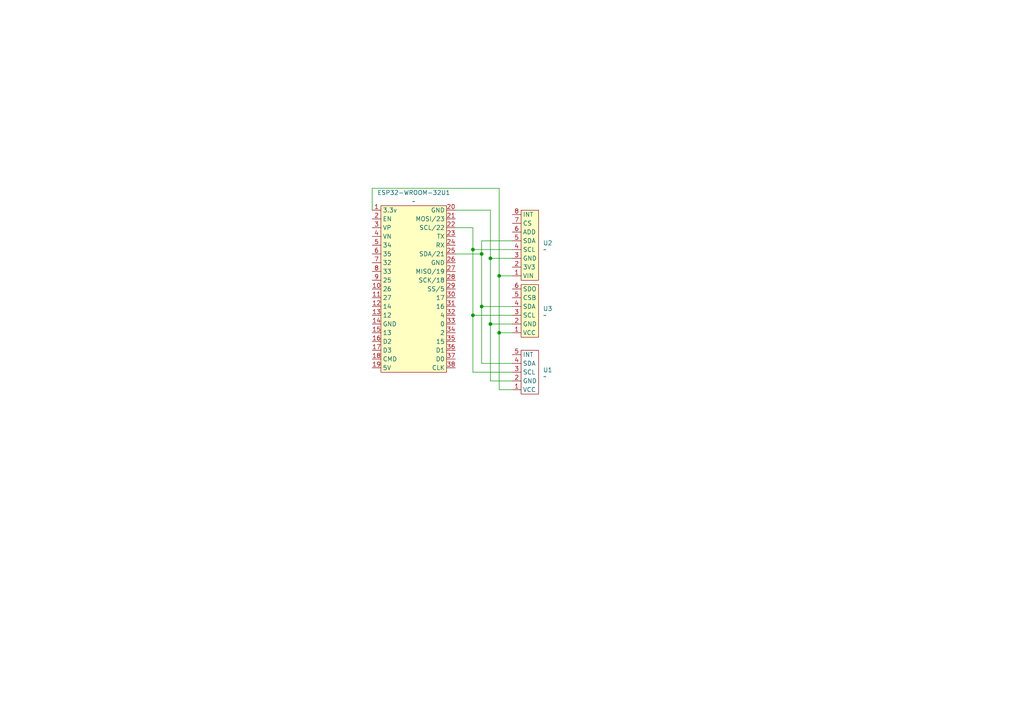
<source format=kicad_sch>
(kicad_sch (version 20231120) (generator "eeschema") (generator_version "8.0")
  (paper "A4")
  (lib_symbols
    (symbol "Symbols_cez:BME280_3.3V"
      (property "Reference" "U" (at 0 0 0))
      (symbol "BME280_3.3V_0_1"
        (rectangle (start 2.54 5.08) (end 7.62 -10.16) (fill (type background)))
      )
      (symbol "BME280_3.3V_1_1"
        (pin input line (at 10.16 3.81 180) (length 2.54) (name "VCC") (number "1"))
        (pin input line (at 10.16 1.27 180) (length 2.54) (name "GND") (number "2"))
        (pin input line (at 10.16 -1.27 180) (length 2.54) (name "SCL") (number "3"))
        (pin input line (at 10.16 -3.81 180) (length 2.54) (name "SDA") (number "4"))
        (pin input line (at 10.16 -6.35 180) (length 2.54) (name "CSB") (number "5"))
        (pin input line (at 10.16 -8.89 180) (length 2.54) (name "SDO") (number "6"))
      )
    )
    (symbol "Symbols_cez:ENS160+AHT21"
      (property "Reference" "U" (at -2.032 -4.318 0))
      (symbol "ENS160+AHT21_0_1"
        (rectangle (start 1.27 5.08) (end 6.35 -15.24) (fill (type background)))
      )
      (symbol "ENS160+AHT21_1_1"
        (pin input line (at 8.89 3.81 180) (length 2.54) (name "VIN") (number "1"))
        (pin input line (at 8.89 1.27 180) (length 2.54) (name "3V3") (number "2"))
        (pin input line (at 8.89 -1.27 180) (length 2.54) (name "GND") (number "3"))
        (pin input line (at 8.89 -3.81 180) (length 2.54) (name "SCL") (number "4"))
        (pin input line (at 8.89 -6.35 180) (length 2.54) (name "SDA") (number "5"))
        (pin input line (at 8.89 -8.89 180) (length 2.54) (name "ADD") (number "6"))
        (pin input line (at 8.89 -11.43 180) (length 2.54) (name "CS") (number "7"))
        (pin input line (at 8.89 -13.97 180) (length 2.54) (name "INT") (number "8"))
      )
    )
    (symbol "Symbols_cez:ESP32-WROOM-32U"
      (property "Reference" "ESP32-WROOM-32U" (at 7.874 -57.404 0))
      (symbol "ESP32-WROOM-32U_0_1"
        (rectangle (start -2.54 -6.35) (end 16.51 -54.61) (fill (type background)))
      )
      (symbol "ESP32-WROOM-32U_1_1"
        (pin passive line (at -5.08 -7.62 0) (length 2.54) (name "3.3v") (number "1"))
        (pin passive line (at -5.08 -30.48 0) (length 2.54) (name "26") (number "10"))
        (pin passive line (at -5.08 -33.02 0) (length 2.54) (name "27") (number "11"))
        (pin passive line (at -5.08 -35.56 0) (length 2.54) (name "14") (number "12"))
        (pin passive line (at -5.08 -38.1 0) (length 2.54) (name "12") (number "13"))
        (pin passive line (at -5.08 -40.64 0) (length 2.54) (name "GND") (number "14"))
        (pin passive line (at -5.08 -43.18 0) (length 2.54) (name "13") (number "15"))
        (pin passive line (at -5.08 -45.72 0) (length 2.54) (name "D2") (number "16"))
        (pin passive line (at -5.08 -48.26 0) (length 2.54) (name "D3") (number "17"))
        (pin passive line (at -5.08 -50.8 0) (length 2.54) (name "CMD") (number "18"))
        (pin passive line (at -5.08 -53.34 0) (length 2.54) (name "5V") (number "19"))
        (pin passive line (at -5.08 -10.16 0) (length 2.54) (name "EN") (number "2"))
        (pin passive line (at 19.05 -7.62 180) (length 2.54) (name "GND") (number "20"))
        (pin passive line (at 19.05 -10.16 180) (length 2.54) (name "MOSI/23") (number "21"))
        (pin passive line (at 19.05 -12.7 180) (length 2.54) (name "SCL/22") (number "22"))
        (pin passive line (at 19.05 -15.24 180) (length 2.54) (name "TX") (number "23"))
        (pin passive line (at 19.05 -17.78 180) (length 2.54) (name "RX") (number "24"))
        (pin passive line (at 19.05 -20.32 180) (length 2.54) (name "SDA/21") (number "25"))
        (pin passive line (at 19.05 -22.86 180) (length 2.54) (name "GND") (number "26"))
        (pin passive line (at 19.05 -25.4 180) (length 2.54) (name "MISO/19") (number "27"))
        (pin passive line (at 19.05 -27.94 180) (length 2.54) (name "SCK/18") (number "28"))
        (pin passive line (at 19.05 -30.48 180) (length 2.54) (name "SS/5") (number "29"))
        (pin passive line (at -5.08 -12.7 0) (length 2.54) (name "VP") (number "3"))
        (pin passive line (at 19.05 -33.02 180) (length 2.54) (name "17") (number "30"))
        (pin passive line (at 19.05 -35.56 180) (length 2.54) (name "16") (number "31"))
        (pin passive line (at 19.05 -38.1 180) (length 2.54) (name "4") (number "32"))
        (pin passive line (at 19.05 -40.64 180) (length 2.54) (name "0") (number "33"))
        (pin passive line (at 19.05 -43.18 180) (length 2.54) (name "2") (number "34"))
        (pin passive line (at 19.05 -45.72 180) (length 2.54) (name "15") (number "35"))
        (pin passive line (at 19.05 -48.26 180) (length 2.54) (name "D1") (number "36"))
        (pin passive line (at 19.05 -50.8 180) (length 2.54) (name "D0") (number "37"))
        (pin passive line (at 19.05 -53.34 180) (length 2.54) (name "CLK") (number "38"))
        (pin passive line (at -5.08 -15.24 0) (length 2.54) (name "VN") (number "4"))
        (pin passive line (at -5.08 -17.78 0) (length 2.54) (name "34") (number "5"))
        (pin passive line (at -5.08 -20.32 0) (length 2.54) (name "35") (number "6"))
        (pin passive line (at -5.08 -22.86 0) (length 2.54) (name "32") (number "7"))
        (pin passive line (at -5.08 -25.4 0) (length 2.54) (name "33") (number "8"))
        (pin passive line (at -5.08 -27.94 0) (length 2.54) (name "25") (number "9"))
      )
    )
    (symbol "Symbols_cez:PAJ7620U2"
      (property "Reference" "U" (at 0 0 0))
      (symbol "PAJ7620U2_0_1"
        (rectangle (start 1.27 2.54) (end 6.35 -10.16))
      )
      (symbol "PAJ7620U2_1_1"
        (pin input line (at 8.89 1.27 180) (length 2.54) (name "VCC") (number "1"))
        (pin input line (at 8.89 -1.27 180) (length 2.54) (name "GND") (number "2"))
        (pin input line (at 8.89 -3.81 180) (length 2.54) (name "SCL") (number "3"))
        (pin input line (at 8.89 -6.35 180) (length 2.54) (name "SDA") (number "4"))
        (pin input line (at 8.89 -8.89 180) (length 2.54) (name "INT") (number "5"))
      )
    )
  )
  (junction (at 142.24 93.98))
  (junction (at 144.78 80.01))
  (junction (at 139.7 73.66))
  (junction (at 137.16 91.44))
  (junction (at 144.78 96.52))
  (junction (at 142.24 74.93))
  (junction (at 139.7 88.9))
  (junction (at 137.16 72.39))
  (wire (pts (xy 142.24 93.98) (xy 142.24 74.93)))
  (wire (pts (xy 144.78 113.03) (xy 144.78 96.52)))
  (wire (pts (xy 142.24 74.93) (xy 148.59 74.93)))
  (wire (pts (xy 139.7 73.66) (xy 132.08 73.66)))
  (wire (pts (xy 142.24 60.96) (xy 142.24 74.93)))
  (wire (pts (xy 148.59 69.85) (xy 139.7 69.85)))
  (wire (pts (xy 132.08 60.96) (xy 142.24 60.96)))
  (wire (pts (xy 148.59 93.98) (xy 142.24 93.98)))
  (wire (pts (xy 148.59 96.52) (xy 144.78 96.52)))
  (wire (pts (xy 144.78 80.01) (xy 144.78 96.52)))
  (wire (pts (xy 107.95 60.96) (xy 107.95 54.61)))
  (wire (pts (xy 148.59 107.95) (xy 137.16 107.95)))
  (wire (pts (xy 132.08 66.04) (xy 137.16 66.04)))
  (wire (pts (xy 139.7 88.9) (xy 139.7 73.66)))
  (wire (pts (xy 148.59 88.9) (xy 139.7 88.9)))
  (wire (pts (xy 137.16 107.95) (xy 137.16 91.44)))
  (wire (pts (xy 107.95 54.61) (xy 144.78 54.61)))
  (wire (pts (xy 137.16 72.39) (xy 148.59 72.39)))
  (wire (pts (xy 137.16 91.44) (xy 137.16 72.39)))
  (wire (pts (xy 148.59 91.44) (xy 137.16 91.44)))
  (wire (pts (xy 144.78 54.61) (xy 144.78 80.01)))
  (wire (pts (xy 142.24 110.49) (xy 142.24 93.98)))
  (wire (pts (xy 144.78 80.01) (xy 148.59 80.01)))
  (wire (pts (xy 148.59 110.49) (xy 142.24 110.49)))
  (wire (pts (xy 139.7 105.41) (xy 139.7 88.9)))
  (wire (pts (xy 148.59 113.03) (xy 144.78 113.03)))
  (wire (pts (xy 137.16 66.04) (xy 137.16 72.39)))
  (wire (pts (xy 148.59 105.41) (xy 139.7 105.41)))
  (wire (pts (xy 139.7 69.85) (xy 139.7 73.66)))
  (symbol (lib_id "Symbols_cez:ESP32-WROOM-32U") (at 113.03 53.34 0) (unit 1)
    (property "Reference" "ESP32-WROOM-32U1" (at 120.015 55.88 0))
    (property "Value" "~" (at 120.015 58.42 0))
    (property "Footprint" "Footprints_cez:esp32-wroom-32u" (effects (hide yes)))
  )
  (symbol (lib_id "Symbols_cez:BME280_3.3V") (at 158.75 92.71 180) (unit 1)
    (property "Reference" "U3" (at 157.48 89.5349 0) (effects (justify right)))
    (property "Value" "~" (at 157.48 91.44 0) (effects (justify right)))
    (property "Footprint" "Footprints_cez:BME280" (effects (hide yes)))
  )
  (symbol (lib_id "Symbols_cez:PAJ7620U2") (at 157.48 111.76 180) (unit 1)
    (property "Reference" "U1" (at 157.48 107.3149 0) (effects (justify right)))
    (property "Value" "~" (at 157.48 109.22 0) (effects (justify right)))
    (property "Footprint" "Connector_PinHeader_2.54mm:PinHeader_1x05_P2.54mm_Horizontal" (effects (hide yes)))
  )
  (symbol (lib_id "Symbols_cez:ENS160+AHT21") (at 157.48 76.2 180) (unit 1)
    (property "Reference" "U2" (at 157.48 70.4849 0) (effects (justify right)))
    (property "Value" "~" (at 157.48 72.39 0) (effects (justify right)))
    (property "Footprint" "Footprints_cez:ENS160+AHT21" (effects (hide yes)))
  )
)
</source>
